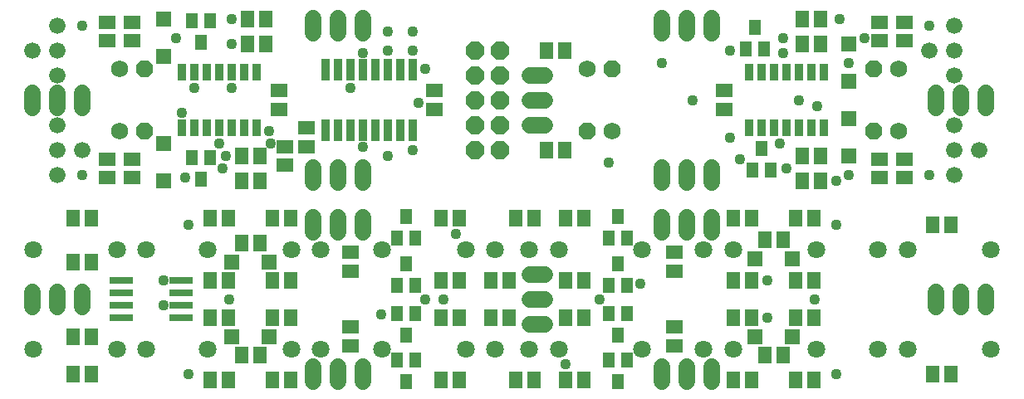
<source format=gts>
G75*
%MOIN*%
%OFA0B0*%
%FSLAX25Y25*%
%IPPOS*%
%LPD*%
%AMOC8*
5,1,8,0,0,1.08239X$1,22.5*
%
%ADD10R,0.05718X0.06506*%
%ADD11OC8,0.07200*%
%ADD12C,0.07096*%
%ADD13OC8,0.06900*%
%ADD14C,0.06900*%
%ADD15R,0.03200X0.08600*%
%ADD16R,0.06506X0.05718*%
%ADD17R,0.04537X0.06112*%
%ADD18R,0.06112X0.06112*%
%ADD19C,0.06600*%
%ADD20C,0.06600*%
%ADD21R,0.03200X0.07100*%
%ADD22R,0.09261X0.02962*%
%ADD23C,0.04362*%
D10*
X0078060Y0083933D03*
X0085540Y0083933D03*
X0090560Y0093933D03*
X0098040Y0093933D03*
X0103060Y0083933D03*
X0110540Y0083933D03*
X0110540Y0108933D03*
X0103060Y0108933D03*
X0085540Y0108933D03*
X0078060Y0108933D03*
X0078060Y0123933D03*
X0085540Y0123933D03*
X0103060Y0123933D03*
X0110540Y0123933D03*
X0098040Y0138933D03*
X0090560Y0138933D03*
X0085540Y0148933D03*
X0078060Y0148933D03*
X0090560Y0163933D03*
X0098040Y0163933D03*
X0098040Y0173933D03*
X0090560Y0173933D03*
X0103060Y0148933D03*
X0110540Y0148933D03*
X0170560Y0148933D03*
X0178040Y0148933D03*
X0200560Y0148933D03*
X0208040Y0148933D03*
X0220560Y0148933D03*
X0228040Y0148933D03*
X0228040Y0123933D03*
X0220560Y0123933D03*
X0220560Y0108933D03*
X0228040Y0108933D03*
X0198040Y0108933D03*
X0190560Y0108933D03*
X0178040Y0108933D03*
X0170560Y0108933D03*
X0170560Y0123933D03*
X0178040Y0123933D03*
X0190560Y0123933D03*
X0198040Y0123933D03*
X0200560Y0083933D03*
X0208040Y0083933D03*
X0220560Y0083933D03*
X0228040Y0083933D03*
X0178040Y0083933D03*
X0170560Y0083933D03*
X0288060Y0083933D03*
X0295540Y0083933D03*
X0300560Y0093933D03*
X0308040Y0093933D03*
X0313060Y0083933D03*
X0320540Y0083933D03*
X0320540Y0108933D03*
X0313060Y0108933D03*
X0295540Y0108933D03*
X0288060Y0108933D03*
X0288060Y0123933D03*
X0295540Y0123933D03*
X0313060Y0123933D03*
X0320540Y0123933D03*
X0308040Y0140183D03*
X0300560Y0140183D03*
X0295540Y0148933D03*
X0288060Y0148933D03*
X0313060Y0148933D03*
X0320540Y0148933D03*
X0323040Y0163933D03*
X0315560Y0163933D03*
X0315560Y0173933D03*
X0323040Y0173933D03*
X0368060Y0146433D03*
X0375540Y0146433D03*
X0375540Y0086433D03*
X0368060Y0086433D03*
X0220540Y0176433D03*
X0213060Y0176433D03*
X0213060Y0216433D03*
X0220540Y0216433D03*
X0315560Y0218933D03*
X0323040Y0218933D03*
X0323040Y0228933D03*
X0315560Y0228933D03*
X0100540Y0228933D03*
X0093060Y0228933D03*
X0093060Y0218933D03*
X0100540Y0218933D03*
X0030540Y0148933D03*
X0023060Y0148933D03*
X0023060Y0131433D03*
X0030540Y0131433D03*
X0030540Y0101433D03*
X0023060Y0101433D03*
X0023060Y0086433D03*
X0030540Y0086433D03*
D11*
X0184300Y0176433D03*
X0194300Y0176433D03*
X0194300Y0186433D03*
X0184300Y0186433D03*
X0184300Y0196433D03*
X0194300Y0196433D03*
X0194300Y0206433D03*
X0184300Y0206433D03*
X0184300Y0216433D03*
X0194300Y0216433D03*
D12*
X0192391Y0136433D03*
X0180580Y0136433D03*
X0206209Y0136433D03*
X0218020Y0136433D03*
X0251485Y0136433D03*
X0276209Y0136433D03*
X0288020Y0136433D03*
X0321485Y0136433D03*
X0346209Y0136433D03*
X0358020Y0136433D03*
X0391485Y0136433D03*
X0391485Y0096433D03*
X0358020Y0096433D03*
X0346209Y0096433D03*
X0321485Y0096433D03*
X0288020Y0096433D03*
X0276209Y0096433D03*
X0251485Y0096433D03*
X0218020Y0096433D03*
X0206209Y0096433D03*
X0192391Y0096433D03*
X0180580Y0096433D03*
X0147115Y0096433D03*
X0122391Y0096433D03*
X0110580Y0096433D03*
X0077115Y0096433D03*
X0052391Y0096433D03*
X0040580Y0096433D03*
X0007115Y0096433D03*
X0007115Y0136433D03*
X0040580Y0136433D03*
X0052391Y0136433D03*
X0077115Y0136433D03*
X0110580Y0136433D03*
X0122391Y0136433D03*
X0147115Y0136433D03*
D13*
X0229300Y0183933D03*
X0239300Y0208933D03*
X0344300Y0208933D03*
X0344300Y0183933D03*
X0051800Y0183933D03*
X0051800Y0208933D03*
D14*
X0041800Y0208933D03*
X0041800Y0183933D03*
X0229300Y0208933D03*
X0239300Y0183933D03*
X0354300Y0183933D03*
X0354300Y0208933D03*
D15*
X0159300Y0208533D03*
X0154300Y0208533D03*
X0149300Y0208533D03*
X0144300Y0208533D03*
X0139300Y0208533D03*
X0134300Y0208533D03*
X0129300Y0208533D03*
X0124300Y0208533D03*
X0124300Y0184333D03*
X0129300Y0184333D03*
X0134300Y0184333D03*
X0139300Y0184333D03*
X0144300Y0184333D03*
X0149300Y0184333D03*
X0154300Y0184333D03*
X0159300Y0184333D03*
D16*
X0168050Y0192693D03*
X0168050Y0200173D03*
X0116800Y0185173D03*
X0116800Y0177693D03*
X0108050Y0177673D03*
X0108050Y0170193D03*
X0105550Y0192693D03*
X0105550Y0200173D03*
X0046800Y0220193D03*
X0036800Y0220193D03*
X0036800Y0227673D03*
X0046800Y0227673D03*
X0046800Y0172673D03*
X0036800Y0172673D03*
X0036800Y0165193D03*
X0046800Y0165193D03*
X0134300Y0135173D03*
X0134300Y0127693D03*
X0134300Y0105173D03*
X0134300Y0097693D03*
X0264300Y0097693D03*
X0264300Y0105173D03*
X0264300Y0127693D03*
X0264300Y0135173D03*
X0346800Y0165193D03*
X0356800Y0165193D03*
X0356800Y0172673D03*
X0346800Y0172673D03*
X0284300Y0192693D03*
X0284300Y0200173D03*
X0346800Y0220193D03*
X0356800Y0220193D03*
X0356800Y0227673D03*
X0346800Y0227673D03*
D17*
X0300540Y0217102D03*
X0293060Y0217102D03*
X0296800Y0225764D03*
X0299300Y0177014D03*
X0295560Y0168352D03*
X0303040Y0168352D03*
X0245540Y0140852D03*
X0238060Y0140852D03*
X0241800Y0149514D03*
X0241800Y0130764D03*
X0238060Y0122102D03*
X0245540Y0122102D03*
X0245540Y0110764D03*
X0238060Y0110764D03*
X0241800Y0102102D03*
X0238060Y0092014D03*
X0245540Y0092014D03*
X0241800Y0083352D03*
X0160540Y0092014D03*
X0153060Y0092014D03*
X0156800Y0083352D03*
X0156800Y0102102D03*
X0153060Y0110764D03*
X0160540Y0110764D03*
X0160540Y0122102D03*
X0153060Y0122102D03*
X0156800Y0130764D03*
X0153060Y0140852D03*
X0160540Y0140852D03*
X0156800Y0149514D03*
X0078040Y0173264D03*
X0070560Y0173264D03*
X0074300Y0164602D03*
X0074300Y0219602D03*
X0070560Y0228264D03*
X0078040Y0228264D03*
D18*
X0059300Y0228913D03*
X0059300Y0213953D03*
X0059300Y0178913D03*
X0059300Y0163953D03*
X0086820Y0131433D03*
X0101780Y0131433D03*
X0101780Y0101433D03*
X0086820Y0101433D03*
X0296820Y0101433D03*
X0311780Y0101433D03*
X0311780Y0132683D03*
X0296820Y0132683D03*
X0334300Y0173953D03*
X0334300Y0188913D03*
X0334300Y0203953D03*
X0334300Y0218913D03*
D19*
X0366800Y0216433D03*
X0376800Y0216433D03*
X0376800Y0206433D03*
X0376800Y0226433D03*
X0376800Y0186433D03*
X0376800Y0176433D03*
X0386800Y0176433D03*
X0376800Y0166433D03*
X0026800Y0176433D03*
X0016800Y0176433D03*
X0016800Y0166433D03*
X0016800Y0186433D03*
X0016800Y0206433D03*
X0016800Y0216433D03*
X0006800Y0216433D03*
X0016800Y0226433D03*
D20*
X0119300Y0089433D02*
X0119300Y0083433D01*
X0129300Y0083433D02*
X0129300Y0089433D01*
X0139300Y0089433D02*
X0139300Y0083433D01*
X0206300Y0106433D02*
X0212300Y0106433D01*
X0212300Y0116433D02*
X0206300Y0116433D01*
X0206300Y0126433D02*
X0212300Y0126433D01*
X0259300Y0143433D02*
X0259300Y0149433D01*
X0269300Y0149433D02*
X0269300Y0143433D01*
X0279300Y0143433D02*
X0279300Y0149433D01*
X0279300Y0163433D02*
X0279300Y0169433D01*
X0269300Y0169433D02*
X0269300Y0163433D01*
X0259300Y0163433D02*
X0259300Y0169433D01*
X0212300Y0186433D02*
X0206300Y0186433D01*
X0206300Y0196433D02*
X0212300Y0196433D01*
X0212300Y0206433D02*
X0206300Y0206433D01*
X0259300Y0223433D02*
X0259300Y0229433D01*
X0269300Y0229433D02*
X0269300Y0223433D01*
X0279300Y0223433D02*
X0279300Y0229433D01*
X0369300Y0199433D02*
X0369300Y0193433D01*
X0379300Y0193433D02*
X0379300Y0199433D01*
X0389300Y0199433D02*
X0389300Y0193433D01*
X0389300Y0119433D02*
X0389300Y0113433D01*
X0379300Y0113433D02*
X0379300Y0119433D01*
X0369300Y0119433D02*
X0369300Y0113433D01*
X0279300Y0089433D02*
X0279300Y0083433D01*
X0269300Y0083433D02*
X0269300Y0089433D01*
X0259300Y0089433D02*
X0259300Y0083433D01*
X0139300Y0143433D02*
X0139300Y0149433D01*
X0129300Y0149433D02*
X0129300Y0143433D01*
X0119300Y0143433D02*
X0119300Y0149433D01*
X0119300Y0163433D02*
X0119300Y0169433D01*
X0129300Y0169433D02*
X0129300Y0163433D01*
X0139300Y0163433D02*
X0139300Y0169433D01*
X0139300Y0223433D02*
X0139300Y0229433D01*
X0129300Y0229433D02*
X0129300Y0223433D01*
X0119300Y0223433D02*
X0119300Y0229433D01*
X0026800Y0199433D02*
X0026800Y0193433D01*
X0016800Y0193433D02*
X0016800Y0199433D01*
X0006800Y0199433D02*
X0006800Y0193433D01*
X0006800Y0119433D02*
X0006800Y0113433D01*
X0016800Y0113433D02*
X0016800Y0119433D01*
X0026800Y0119433D02*
X0026800Y0113433D01*
D21*
X0066800Y0185183D03*
X0071800Y0185183D03*
X0076800Y0185183D03*
X0081800Y0185183D03*
X0086800Y0185183D03*
X0091800Y0185183D03*
X0096800Y0185183D03*
X0096800Y0207683D03*
X0091800Y0207683D03*
X0086800Y0207683D03*
X0081800Y0207683D03*
X0076800Y0207683D03*
X0071800Y0207683D03*
X0066800Y0207683D03*
X0294300Y0207683D03*
X0299300Y0207683D03*
X0304300Y0207683D03*
X0309300Y0207683D03*
X0314300Y0207683D03*
X0319300Y0207683D03*
X0324300Y0207683D03*
X0324300Y0185183D03*
X0319300Y0185183D03*
X0314300Y0185183D03*
X0309300Y0185183D03*
X0304300Y0185183D03*
X0299300Y0185183D03*
X0294300Y0185183D03*
D22*
X0066300Y0123933D03*
X0066300Y0118933D03*
X0066300Y0113933D03*
X0066300Y0108933D03*
X0042300Y0108933D03*
X0042300Y0113933D03*
X0042300Y0118933D03*
X0042300Y0123933D03*
D23*
X0059300Y0123933D03*
X0059300Y0113933D03*
X0085550Y0116433D03*
X0069300Y0086433D03*
X0146800Y0110183D03*
X0164300Y0116433D03*
X0171800Y0116433D03*
X0176800Y0142683D03*
X0149300Y0173933D03*
X0159300Y0176433D03*
X0139300Y0177683D03*
X0161800Y0195183D03*
X0164300Y0208933D03*
X0159300Y0216433D03*
X0149300Y0216433D03*
X0149300Y0223933D03*
X0159300Y0223933D03*
X0139300Y0215183D03*
X0134300Y0201433D03*
X0101800Y0183933D03*
X0102300Y0178933D03*
X0084300Y0173933D03*
X0083050Y0168933D03*
X0068050Y0165183D03*
X0081800Y0178933D03*
X0066800Y0191433D03*
X0071800Y0201433D03*
X0086800Y0201433D03*
X0086800Y0218933D03*
X0086800Y0228933D03*
X0064300Y0221433D03*
X0026800Y0226433D03*
X0026800Y0166433D03*
X0069300Y0146433D03*
X0220550Y0090183D03*
X0234300Y0116433D03*
X0250550Y0122683D03*
X0301800Y0123933D03*
X0320550Y0116433D03*
X0301800Y0108933D03*
X0329300Y0086433D03*
X0329300Y0146433D03*
X0329300Y0163933D03*
X0334300Y0166433D03*
X0309300Y0168933D03*
X0306800Y0178933D03*
X0290550Y0172683D03*
X0286800Y0181433D03*
X0271800Y0196433D03*
X0259300Y0211433D03*
X0286800Y0216433D03*
X0308050Y0215183D03*
X0308050Y0221433D03*
X0330550Y0228933D03*
X0340550Y0221433D03*
X0334300Y0211433D03*
X0314300Y0196433D03*
X0321800Y0193933D03*
X0366800Y0166433D03*
X0366800Y0226433D03*
X0238050Y0171433D03*
M02*

</source>
